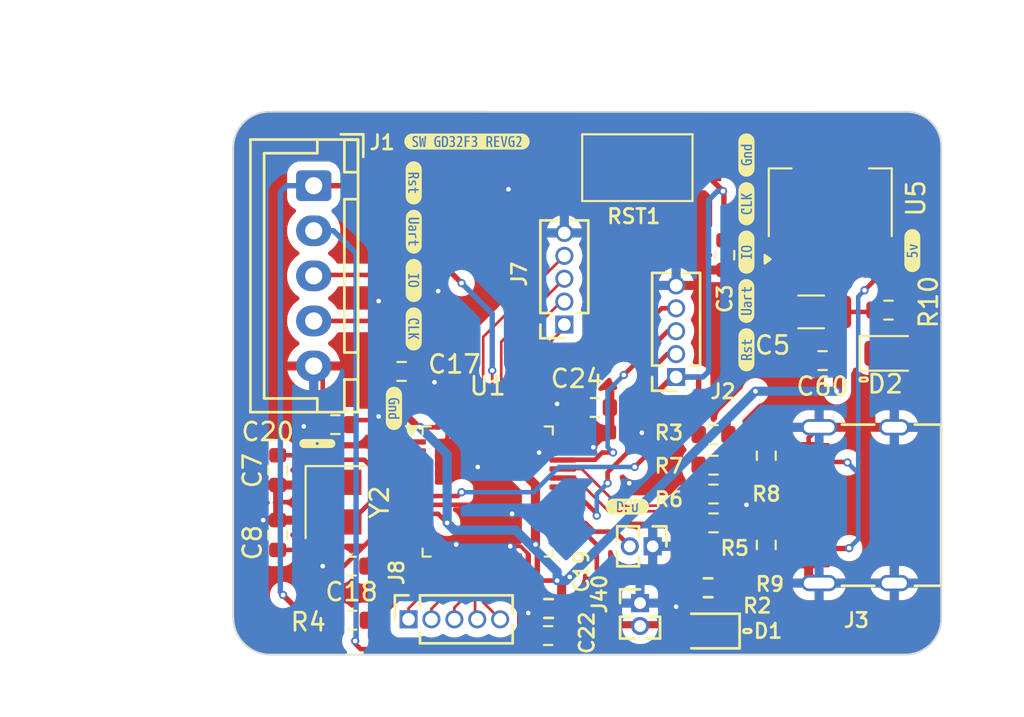
<source format=kicad_pcb>
(kicad_pcb (version 20240108) (generator "pcbnew") (generator_version "8.0")
  (layers (0 "F.Cu" signal) (31 "B.Cu" signal) (34 "B.Paste" user) (35 "F.Paste" user) (36 "B.SilkS" user "B.Silkscreen") (37 "F.SilkS" user "F.Silkscreen") (38 "B.Mask" user) (39 "F.Mask" user) (44 "Edge.Cuts" user))
  (net 0 "")
  (net 1 "GND")
  (net 2 "NRST")
  (net 3 "+3.3V")
  (net 4 "Net-(U1-PD0)")
  (net 5 "Net-(U1-PD1)")
  (net 6 "Net-(D1-K)")
  (net 7 "Net-(D2-A)")
  (net 8 "UART_TX")
  (net 9 "SWDCLK")
  (net 10 "SWDIO")
  (net 11 "D-")
  (net 12 "Net-(U5-VI)")
  (net 13 "D+")
  (net 14 "Net-(J3-CC1)")
  (net 17 "Net-(J3-CC2)")
  (net 18 "IN_FORCE_DFU")
  (net 19 "Net-(U1-PB13)")
  (net 20 "Net-(U1-PA3)")
  (net 25 "OUT_SWDIO_3V")
  (net 27 "OUT_SWDCLK_3V")
  (net 28 "OUT_UART_TX")
  (net 32 "PB7")
  (net 36 "OUT_UART_RX_3V")
  (net 37 "SWIO_DIR_3V")
  (net 38 "DP")
  (net 39 "DN")
  (net 40 "PB3")
  (net 41 "PB4")
  (net 42 "PB5")
  (net 43 "PA7")
  (net 44 "PA6")
  (net 45 "PA4")
  (net 46 "PA5")
  (net 47 "PB0")
  (net 48 "INOUT_NRESET_3V")
  (net 49 "Net-(U1-BOOT0)")
  (footprint "Connector_JST:JST_XH_B5B-XH-A_1x05_P2.50mm_Vertical" (layer "F.Cu") (at 120.6 74 -90)
    (property "Reference" "J1")
    (property "Value" "Debug port")
  )
  (footprint "kibuzzard-672281D4" (layer "F.Cu") (at 126.145891 81.943127 -90)
    (property "Reference" "kibuzzard-672281D4" (hide yes))
    (property "Value" "G***" (hide yes))
  )
  (footprint "kibuzzard-683DFE0C" (layer "F.Cu") (at 144.65 98.7)
    (property "Reference" "kibuzzard-683DFE0C" (hide yes))
    (property "Value" "G***" (hide yes))
  )
  (footprint "Crystal:Crystal_SMD_TXC_7M-4Pin_3.2x2.5mm" (layer "F.Cu") (at 121.8 91.55 -90)
    (property "Reference" "Y2")
    (property "Value" "8Mhz" (hide yes))
  )
  (footprint "kibuzzard-672281E9" (layer "F.Cu") (at 126.145891 73.843127 -90)
    (property "Reference" "kibuzzard-672281E9" (hide yes))
    (property "Value" "G***" (hide yes))
  )
  (footprint "Resistor_SMD:R_0603_1608Metric" (layer "F.Cu") (at 118.6 89.775 -90)
    (property "Reference" "C7")
    (property "Value" "22pf" (hide yes))
  )
  (footprint "Resistor_SMD:R_0603_1608Metric" (layer "F.Cu") (at 145.7 93.925 90)
    (property "Reference" "R9")
    (property "Value" "5.1k" (hide yes))
  )
  (footprint "Button_Switch_SMD:SW_SPST_CK_RS282G05A3" (layer "F.Cu") (at 138.55 73 180)
    (property "Reference" "RST1")
    (property "Value" "SW2" (hide yes))
  )
  (footprint "kibuzzard-672281DC" (layer "F.Cu") (at 144.595891 80.393127 90)
    (property "Reference" "kibuzzard-672281DC" (hide yes))
    (property "Value" "G***" (hide yes))
  )
  (footprint "Library:USB_C_Receptacle_Palconn_UTC16-G_no_hole" (layer "F.Cu") (at 150.56 91.72 90)
    (property "Reference" "J3")
    (property "Value" "USB")
  )
  (footprint "Package_QFP:LQFP-48_7x7mm_P0.5mm" (layer "F.Cu") (at 130.25 90.9625)
    (property "Reference" "U1")
    (property "Value" "GD32F303")
  )
  (footprint "Resistor_SMD:R_0603_1608Metric" (layer "F.Cu") (at 121.8 87.25 180)
    (property "Reference" "C20")
    (property "Value" "100n" (hide yes))
  )
  (footprint "Connector_PinSocket_1.27mm:PinSocket_1x05_P1.27mm_Vertical" (layer "F.Cu") (at 140.7 84.61 180)
    (property "Reference" "J2")
    (property "Value" "Debug port")
  )
  (footprint "kibuzzard-672281E9" (layer "F.Cu") (at 144.6 83.1 90)
    (property "Reference" "kibuzzard-672281E9" (hide yes))
    (property "Value" "G***" (hide yes))
  )
  (footprint "kibuzzard-672281C9" (layer "F.Cu") (at 144.6 77.686255 90)
    (property "Reference" "kibuzzard-672281C9" (hide yes))
    (property "Value" "G***" (hide yes))
  )
  (footprint "kibuzzard-6722831C" (layer "F.Cu") (at 138 91.8)
    (property "Reference" "kibuzzard-6722831C" (hide yes))
    (property "Value" "G***" (hide yes))
  )
  (footprint "Resistor_SMD:R_0603_1608Metric" (layer "F.Cu") (at 122.7 95.1 180)
    (property "Reference" "C18")
    (property "Value" "100n" (hide yes))
  )
  (footprint "Resistor_SMD:R_0603_1608Metric" (layer "F.Cu") (at 145.7 88.975 -90)
    (property "Reference" "R8")
    (property "Value" "5.1k" (hide yes))
  )
  (footprint "Connector_PinHeader_1.27mm:PinHeader_1x02_P1.27mm_Vertical" (layer "F.Cu") (at 139.4 94 -90)
    (property "Reference" "DFU1" (hide yes))
    (property "Value" "DFU")
  )
  (footprint "Connector_PinSocket_1.27mm:PinSocket_1x05_P1.27mm_Vertical" (layer "F.Cu") (at 134.5 81.7 180)
    (property "Reference" "J7")
    (property "Value" "Conn_01x05_Pin" (hide yes))
  )
  (footprint "Resistor_SMD:R_0603_1608Metric" (layer "F.Cu") (at 152.475 80.9)
    (property "Reference" "R10")
    (property "Value" "330" (hide yes))
  )
  (footprint "Resistor_SMD:R_0603_1608Metric" (layer "F.Cu") (at 118.6 93.375 90)
    (property "Reference" "C8")
    (property "Value" "22pf" (hide yes))
  )
  (footprint "Resistor_SMD:R_0603_1608Metric" (layer "F.Cu") (at 142.475 96.3)
    (property "Reference" "R2")
    (property "Value" "330")
  )
  (footprint "Capacitor_SMD:C_1206_3216Metric_Pad1.33x1.80mm_HandSolder" (layer "F.Cu") (at 148.1875 81 180)
    (property "Reference" "C5")
    (property "Value" "100u" (hide yes))
  )
  (footprint "kibuzzard-672281D4" (layer "F.Cu") (at 144.6 75 90)
    (property "Reference" "kibuzzard-672281D4" (hide yes))
    (property "Value" "G***" (hide yes))
  )
  (footprint "Connector_PinSocket_1.27mm:PinSocket_1x05_P1.27mm_Vertical" (layer "F.Cu") (at 125.86 98.05 90)
    (property "Reference" "J8")
    (property "Value" "~")
  )
  (footprint "Resistor_SMD:R_0603_1608Metric" (layer "F.Cu") (at 143.4 77.85 -90)
    (property "Reference" "C3")
    (property "Value" "100n" (hide yes))
  )
  (footprint "Resistor_SMD:R_0603_1608Metric" (layer "F.Cu") (at 142.775 92.7 180)
    (property "Reference" "R5")
    (property "Value" "22" (hide yes))
  )
  (footprint "Resistor_SMD:R_0603_1608Metric" (layer "F.Cu") (at 142.775 89.5 180)
    (property "Reference" "R7")
    (property "Value" "1.2k" (hide yes))
  )
  (footprint "Resistor_SMD:R_0603_1608Metric" (layer "F.Cu") (at 148.825 83.7 180)
    (property "Reference" "C60")
    (property "Value" "100n" (hide yes))
  )
  (footprint "kibuzzard-68610AC9" (layer "F.Cu") (at 129.1 71.55)
    (property "Reference" "kibuzzard-68610AC9" (hide yes))
    (property "Value" "G***" (hide yes))
  )
  (footprint "kibuzzard-6722820B" (layer "F.Cu") (at 125.05 86.35 -90)
    (property "Reference" "kibuzzard-6722820B" (hide yes))
    (property "Value" "G***" (hide yes))
  )
  (footprint "Connector_PinHeader_1.27mm:PinHeader_1x02_P1.27mm_Vertical" (layer "F.Cu") (at 138.7 97.15)
    (property "Reference" "J40")
    (property "Value" "J40")
  )
  (footprint "Resistor_SMD:R_0603_1608Metric" (layer "F.Cu") (at 133.625 97.45 180)
    (property "Reference" "C19")
    (property "Value" "100n")
  )
  (footprint "kibuzzard-672281DC" (layer "F.Cu") (at 126.15 76.55 -90)
    (property "Reference" "kibuzzard-672281DC" (hide yes))
    (property "Value" "G***" (hide yes))
  )
  (footprint "Diode_SMD:D_0805_2012Metric" (layer "F.Cu") (at 142.5375 98.7 180)
    (property "Reference" "D1")
    (property "Value" "LED")
  )
  (footprint "Resistor_SMD:R_0603_1608Metric" (layer "F.Cu") (at 125.475 84.3)
    (property "Reference" "C17")
    (property "Value" "100n" (hide yes))
  )
  (footprint "Diode_SMD:D_0805_2012Metric" (layer "F.Cu") (at 152.5625 83.3)
    (property "Reference" "D2")
    (property "Value" "LED" (hide yes))
  )
  (footprint "kibuzzard-683DFE0C" (layer "F.Cu") (at 151.1 84.75)
    (property "Reference" "kibuzzard-683DFE0C" (hide yes))
    (property "Value" "G***" (hide yes))
  )
  (footprint "Resistor_SMD:R_0603_1608Metric" (layer "F.Cu") (at 122.725 98.1)
    (property "Reference" "R4")
    (property "Value" "1k" (hide yes))
  )
  (footprint "Resistor_SMD:R_0603_1608Metric" (layer "F.Cu") (at 142.775 87.8 180)
    (property "Reference" "R3")
    (property "Value" "10k" (hide yes))
  )
  (footprint "kibuzzard-67228234" (layer "F.Cu") (at 153.8 77.6 90)
    (property "Reference" "kibuzzard-67228234" (hide yes))
    (property "Value" "G***" (hide yes))
  )
  (footprint "kibuzzard-672281C9" (layer "F.Cu") (at 126.145891 79.256872 -90)
    (property "Reference" "kibuzzard-672281C9" (hide yes))
    (property "Value" "G***" (hide yes))
  )
  (footprint "kibuzzard-672226BD" (layer "F.Cu") (at 120.8 88.3)
    (property "Reference" "kibuzzard-672226BD" (hide yes))
    (property "Value" "G***" (hide yes))
  )
  (footprint "kibuzzard-6722820B" (layer "F.Cu") (at 144.6 72.3 90)
    (property "Reference" "kibuzzard-6722820B" (hide yes))
    (property "Value" "G***" (hide yes))
  )
  (footprint "Package_TO_SOT_SMD:SOT-223" (layer "F.Cu") (at 149.25 74.95 90)
    (property "Reference" "U5")
    (property "Value" "LM1117-3.3" (hide yes))
  )
  (footprint "Resistor_SMD:R_0603_1608Metric" (layer "F.Cu") (at 136.2 86.3)
    (property "Reference" "C24")
    (property "Value" "100n" (hide yes))
  )
  (footprint "Resistor_SMD:R_0603_1608Metric" (layer "F.Cu") (at 133.6 98.95 180)
    (property "Reference" "C22")
    (property "Value" "100n" (hide yes))
  )
  (footprint "Resistor_SMD:R_0603_1608Metric" (layer "F.Cu") (at 142.775 91.1 180)
    (property "Reference" "R6")
    (property "Value" "22" (hide yes))
  )
  (gr_arc (start 116.135165 71.90072) (mid 116.712442 70.502481) (end 118.1 69.900005) (stroke (width 0.1)) (layer "Edge.Cuts"))
  (gr_arc (start 153.45 69.910786) (mid 154.824101 70.45) (end 155.397485 71.810193) (stroke (width 0.1)) (layer "Edge.Cuts"))
  (gr_line (start 155.4 71.810193) (end 155.4 98) (stroke (width 0.1)) (layer "Edge.Cuts"))
  (gr_line (start 118.1 69.900005) (end 153.45 69.910786) (stroke (width 0.1)) (layer "Edge.Cuts"))
  (gr_arc (start 118.209806 100.004522) (mid 116.75 99.4) (end 116.144971 97.940402) (stroke (width 0.1)) (layer "Edge.Cuts"))
  (gr_line (start 116.135 71.90072) (end 116.135 97.940402) (stroke (width 0.1)) (layer "Edge.Cuts"))
  (gr_arc (start 155.4 98) (mid 154.814214 99.414214) (end 153.4 100) (stroke (width 0.1)) (layer "Edge.Cuts"))
  (gr_line (start 153.4 100) (end 118.209806 100.004522) (stroke (width 0.1)) (layer "Edge.Cuts"))
  (segment (start 145.81 88.4) (end 147.79 88.4) (width 0.254) (layer "F.Cu") (net 1))
  (segment (start 137.125 87.4875) (end 136.10625 88.50625) (width 0.254) (layer "F.Cu") (net 1))
  (segment (start 121.55 91.55) (end 122.65 90.45) (width 0.254) (layer "F.Cu") (net 1))
  (segment (start 129.7 92.7) (end 128.5 93.9) (width 0.508) (layer "F.Cu") (net 1))
  (segment (start 122.275 95.1) (end 122.1 95.1) (width 0.254) (layer "F.Cu") (net 1))
  (segment (start 120.95 92.15) (end 121.55 91.55) (width 0.254) (layer "F.Cu") (net 1))
  (segment (start 132.5 94.862501) (end 132.5 98.675) (width 0.254) (layer "F.Cu") (net 1))
  (segment (start 145.71 94.9) (end 147.89 94.9) (width 0.254) (layer "F.Cu") (net 1))
  (segment (start 147.05 85.25) (end 145.7 86.6) (width 0.254) (layer "F.Cu") (net 1))
  (segment (start 117.8 92.55) (end 118.6 92.55) (width 0.3) (layer "F.Cu") (net 1))
  (segment (start 132.5 94.862501) (end 132.5 94.423538) (width 0.2032) (layer "F.Cu") (net 1))
  (segment (start 133.1875 88.7125) (end 133.1 88.8) (width 0.2032) (layer "F.Cu") (net 1))
  (segment (start 151.5 87.4) (end 151.6 87.4) (width 0.254) (layer "F.Cu") (net 1))
  (segment (start 132.5 94.423538) (end 132.076462 94) (width 0.2032) (layer "F.Cu") (net 1))
  (segment (start 129 89.6) (end 129.7 89.6) (width 0.508) (layer "F.Cu") (net 1))
  (segment (start 120.05 87.35) (end 120.875 87.35) (width 0.3) (layer "F.Cu") (net 1))
  (segment (start 127.3 84.9) (end 126.7 84.3) (width 0.254) (layer "F.Cu") (net 1))
  (segment (start 140.7 79.53) (end 138.98 79.53) (width 0.4) (layer "F.Cu") (net 1))
  (segment (start 124.9875 91.7125) (end 123.95 92.75) (width 0.254) (layer "F.Cu") (net 1))
  (segment (start 118.65 91.55) (end 118.6 91.6) (width 0.254) (layer "F.Cu") (net 1))
  (segment (start 118.6 91.6) (end 118.6 92.55) (width 0.254) (layer "F.Cu") (net 1))
  (segment (start 147.05 77.4) (end 147.05 82.3) (width 0.254) (layer "F.Cu") (net 1))
  (segment (start 129.7 92.3) (end 129.7 89.6) (width 0.508) (layer "F.Cu") (net 1))
  (segment (start 151.625 87.375) (end 151.625 83.3) (width 0.254) (layer "F.Cu") (net 1))
  (segment (start 128 87.275) (end 128 88.6) (width 0.2032) (layer "F.Cu") (net 1))
  (segment (start 133.45 74.2) (end 134.65 73) (width 0.508) (layer "F.Cu") (net 1))
  (segment (start 140.815 79.55) (end 143.3 79.55) (width 0.4) (layer "F.Cu") (net 1))
  (segment (start 151.5 87.4) (end 148.63 87.4) (width 0.254) (layer "F.Cu") (net 1))
  (segment (start 126.7 84.3) (end 126.3 84.3) (width 0.254) (layer "F.Cu") (net 1))
  (segment (start 126.0875 91.7125) (end 124.9875 91.7125) (width 0.254) (layer "F.Cu") (net 1))
  (segment (start 140.6 94) (end 139.4 94) (width 0.254) (layer "F.Cu") (net 1))
  (segment (start 143.3 79.55) (end 144.385 79.55) (width 0.4) (layer "F.Cu") (net 1))
  (segment (start 152.8 96.04) (end 148.63 96.04) (width 0.254) (layer "F.Cu") (net 1))
  (segment (start 148.05 94.92) (end 148.05 95.46) (width 0.254) (layer "F.Cu") (net 1))
  (segment (start 136.10625 88.50625) (end 135.9125 88.7) (width 0.254) (layer "F.Cu") (net 1))
  (segment (start 148.05 88.52) (end 148.05 87.98) (width 0.254) (layer "F.Cu") (net 1))
  (segment (start 143.3 79.55) (end 143.4 79.45) (width 0.4) (layer "F.Cu") (net 1))
  (segment (start 128 85.6) (end 127.3 84.9) (width 0.254) (layer "F.Cu") (net 1))
  (segment (start 123.95 93.425) (end 122.275 95.1) (width 0.254) (layer "F.Cu") (net 1))
  (segment (start 134.2125 88.7125) (end 133.1875 88.7125) (width 0.2032) (layer "F.Cu") (net 1))
  (segment (start 143.4 79.45) (end 143.4 78.675) (width 0.4) (layer "F.Cu") (net 1))
  (segment (start 121.1 86.9) (end 121.1 84.5) (width 0.254) (layer "F.Cu") (net 1))
  (segment (start 147.05 82.75) (end 148 83.7) (width 0.254) (layer "F.Cu") (net 1))
  (segment (start 121.55 91.55) (end 118.65 91.55) (width 0.254) (layer "F.Cu") (net 1))
  (segment (start 144.385 79.55) (end 145.835 78.1) (width 0.4) (layer "F.Cu") (net 1))
  (segment (start 121.1 95.1) (end 121.875 95.1) (width 0.3) (layer "F.Cu") (net 1))
  (segment (start 135.9125 88.7) (end 134.4125 88.7) (width 0.254) (layer "F.Cu") (net 1))
  (segment (start 141.35 94.75) (end 140.6 94) (width 0.254) (layer "F.Cu") (net 1))
  (segment (start 132.076462 94) (end 131.5 94) (width 0.2032) (layer "F.Cu") (net 1))
  (segment (start 151.6 87.4) (end 151.625 87.375) (width 0.254) (layer "F.Cu") (net 1))
  (segment (start 132.5 98.675) (end 132.775 98.95) (width 0.254) (layer "F.Cu") (net 1))
  (segment (start 137.125 86.3) (end 137.125 87.4875) (width 0.254) (layer "F.Cu") (net 1))
  (segment (start 118.6 90.6) (end 118.6 91.6) (width 0.254) (layer "F.Cu") (net 1))
  (segment (start 140.39 79.22) (end 140.7 79.53) (width 0.15) (layer "F.Cu") (net 1))
  (segment (start 148.05 95.46) (end 148.63 96.04) (width 0.254) (layer "F.Cu") (net 1))
  (segment (start 147.05 82.3) (end 147.05 82.75) (width 0.254) (layer "F.Cu") (net 1))
  (segment (start 145.7 94.75) (end 141.35 94.75) (width 0.254) (layer "F.Cu") (net 1))
  (segment (start 136.07 76.62) (end 134.5 76.62) (width 0.4) (layer "F.Cu") (net 1))
  (segment (start 132.775 98.8) (end 132.5375 98.5625) (width 0.254) (layer "F.Cu") (net 1))
  (segment (start 129.7 92.3) (end 129.7 92.7) (width 0.508) (layer "F.Cu") (net 1))
  (segment (start 148.05 87.98) (end 148.63 87.4) (width 0.254) (layer "F.Cu") (net 1))
  (segment (start 138.98 79.53) (end 136.07 76.62) (width 0.4) (layer "F.Cu") (net 1))
  (segment (start 145.7 86.6) (end 145.7 88.15) (width 0.254) (layer "F.Cu") (net 1))
  (segment (start 123.95 92.75) (end 123.95 93.425) (width 0.254) (layer "F.Cu") (net 1))
  (segment (start 129.5875 91.7) (end 126.0875 91.7) (width 0.254) (layer "F.Cu") (net 1))
  (segment (start 152.8 87.4) (end 151.5 87.4) (width 0.254) (layer "F.Cu") (net 1))
  (segment (start 128 87.275) (end 128 85.6) (width 0.254) (layer "F.Cu") (net 1))
  (segment (start 145.835 78.1) (end 146.95 78.1) (width 0.4) (layer "F.Cu") (net 1))
  (segment (start 128 88.6) (end 129 89.6) (width 0.508) (layer "F.Cu") (net 1))
  (segment (start 134.6 70.935781) (end 134.675 70.860781) (width 0.3) (layer "F.Cu") (net 1))
  (segment (start 131.4 74.2) (end 133.45 74.2) (width 0.508) (layer "F.Cu") (net 1))
  (segment (start 147.05 82.3) (end 147.05 85.25) (width 0.254) (layer "F.Cu") (net 1))
  (segment (start 129.7 92.3) (end 129.5875 92.1875) (width 0.254) (layer "F.Cu") (net 1))
  (via (at 132.5 97.7) (size 0.4572) (drill 0.254) (layers "F.Cu" "B.Cu") (net 1))
  (via (at 131.6 92.2) (size 0.4572) (drill 0.254) (layers "F.Cu" "B.Cu") (net 1))
  (via (at 131.4 74.2) (size 0.4572) (drill 0.254) (layers "F.Cu" "B.Cu") (net 1))
  (via (at 138.8 87.7) (size 0.4572) (drill 0.254) (layers "F.Cu" "B.Cu") (net 1))
  (via (at 124.2 86.8) (size 0.4572) (drill 0.254) (layers "F.Cu" "B.Cu") (net 1))
  (via (at 134.1 86.1) (size 0.4572) (drill 0.254) (layers "F.Cu" "B.Cu") (net 1))
  (via (at 127.3 84.9) (size 0.4572) (drill 0.254) (layers "F.Cu" "B.Cu") (net 1))
  (via (at 127.5 79.85) (size 0.4572) (drill 0.254) (layers "F.Cu" "B.Cu") (net 1))
  (via (at 138.1 90.5) (size 0.4572) (drill 0.254) (layers "F.Cu" "B.Cu") (net 1))
  (via (at 140.7 97.35) (size 0.4572) (drill 0.254) (layers "F.Cu" "B.Cu") (net 1))
  (via (at 128.5 93.9) (size 0.4572) (drill 0.254) (layers "F.Cu" "B.Cu") (net 1))
  (via (at 129.7 89.6) (size 0.4572) (drill 0.254) (layers "F.Cu" "B.Cu") (net 1))
  (via (at 136.10625 88.50625) (size 0.4572) (drill 0.254) (layers "F.Cu" "B.Cu") (net 1))
  (via (at 117.8 92.55) (size 0.4572) (drill 0.254) (layers "F.Cu" "B.Cu") (net 1))
  (via (at 124.2 80.4) (size 0.4572) (drill 0.254) (layers "F.Cu" "B.Cu") (net 1))
  (via (at 120.05 87.35) (size 0.4572) (drill 0.254) (layers "F.Cu" "B.Cu") (net 1))
  (via (at 131.5 94) (size 0.4572) (drill 0.254) (layers "F.Cu" "B.Cu") (net 1))
  (via (at 121.1 95.1) (size 0.4572) (drill 0.254) (layers "F.Cu" "B.Cu") (net 1))
  (via (at 144.6 91.7) (size 0.4572) (drill 0.254) (layers "F.Cu" "B.Cu") (net 1))
  (via (at 133.1 88.8) (size 0.4572) (drill 0.254) (layers "F.Cu" "B.Cu") (net 1))
  (segment (start 131.4 83.3) (end 132.6 84.5) (width 0.508) (layer "B.Cu") (net 1))
  (segment (start 128.4 94) (end 127.4 94) (width 0.508) (layer "B.Cu") (net 1))
  (segment (start 132.6 84.5) (end 132.6 89.2) (width 0.508) (layer "B.Cu") (net 1))
  (segment (start 132.2 89.6) (end 129.7 89.6) (width 0.508) (layer "B.Cu") (net 1))
  (segment (start 128.7 94.1) (end 128.5 93.9) (width 0.254) (layer "B.Cu") (net 1))
  (segment (start 132.6 89.2) (end 132.2 89.6) (width 0.508) (layer "B.Cu") (net 1))
  (segment (start 131.6 94.1) (end 128.7 94.1) (width 0.508) (layer "B.Cu") (net 1))
  (segment (start 127.4 94) (end 124.9 96.5) (width 0.508) (layer "B.Cu") (net 1))
  (segment (start 131.4 74.2) (end 131.4 83.3) (width 0.508) (layer "B.Cu") (net 1))
  (segment (start 124.9 96.5) (end 124.3 96.5) (width 0.508) (layer "B.Cu") (net 1))
  (segment (start 132.5 88.8) (end 133.1 88.8) (width 0.254) (layer "B.Cu") (net 1))
  (segment (start 128.5875 91.2125) (end 128.8 91) (width 0.254) (layer "F.Cu") (net 2))
  (segment (start 139.65 85.45) (end 140.49 84.61) (width 0.3) (layer "F.Cu") (net 2))
  (segment (start 139.65 87.8) (end 139.65 85.45) (width 0.3) (layer "F.Cu") (net 2))
  (segment (start 126.0875 91.2125) (end 128.5875 91.2125) (width 0.254) (layer "F.Cu") (net 2))
  (segment (start 142.45 73.45) (end 143.3 74.3) (width 0.3) (layer "F.Cu") (net 2))
  (segment (start 141.95 87.8) (end 141.95 84.61) (width 0.3) (layer "F.Cu") (net 2))
  (segment (start 139.65 88.35) (end 138.4 89.6) (width 0.254) (layer "F.Cu") (net 2))
  (segment (start 143.35 74.3) (end 143.35 76.75) (width 0.3) (layer "F.Cu") (net 2))
  (segment (start 140.7 84.61) (end 141.95 84.61) (width 0.3) (layer "F.Cu") (net 2))
  (segment (start 139.65 87.8) (end 139.65 88.35) (width 0.254) (layer "F.Cu") (net 2))
  (via (at 128.8 91) (size 0.4572) (drill 0.254) (layers "F.Cu" "B.Cu") (net 2))
  (via (at 143.3 74.3) (size 0.4572) (drill 0.254) (layers "F.Cu" "B.Cu") (net 2))
  (via (at 138.4 89.6) (size 0.4572) (drill 0.254) (layers "F.Cu" "B.Cu") (net 2))
  (segment (start 132.8 91) (end 134.2 89.6) (width 0.254) (layer "B.Cu") (net 2))
  (segment (start 140.7 84.61) (end 142.19 84.61) (width 0.3) (layer "B.Cu") (net 2))
  (segment (start 143 74.3) (end 143.3 74.3) (width 0.3) (layer "B.Cu") (net 2))
  (segment (start 142.5 84.3) (end 142.5 74.8) (width 0.3) (layer "B.Cu") (net 2))
  (segment (start 142.5 74.8) (end 143 74.3) (width 0.3) (layer "B.Cu") (net 2))
  (segment (start 134.2 89.6) (end 138.4 89.6) (width 0.254) (layer "B.Cu") (net 2))
  (segment (start 142.19 84.61) (end 142.5 84.3) (width 0.3) (layer "B.Cu") (net 2))
  (segment (start 128.8 91) (end 132.8 91) (width 0.254) (layer "B.Cu") (net 2))
  (segment (start 132.8 88.2) (end 132.3125 88.6875) (width 0.2032) (layer "F.Cu") (net 3))
  (segment (start 124.6 93.75) (end 124.6 92.8) (width 0.25) (layer "F.Cu") (net 3))
  (segment (start 125.1875 92.2125) (end 125.350001 92.2125) (width 0.25) (layer "F.Cu") (net 3))
  (segment (start 135.475 86.3) (end 135.475 87.15) (width 0.254) (layer "F.Cu") (net 3))
  (segment (start 145.1 85.4) (end 143.6 86.9) (width 0.254) (layer "F.Cu") (net 3))
  (segment (start 136.35 98.95) (end 134.425 98.95) (width 0.4) (layer "F.Cu") (net 3))
  (segment (start 125.2 86.2) (end 124.65 85.65) (width 0.25) (layer "F.Cu") (net 3))
  (segment (start 134.1 95.9) (end 133.3 95.9) (width 0.254) (layer "F.Cu") (net 3))
  (segment (start 132.9 90.6) (end 132.9 93.9) (width 0.508) (layer "F.Cu") (net 3))
  (segment (start 122.625 87) (end 123.692 87) (width 0.254) (layer "F.Cu") (net 3))
  (segment (start 136.95 98.35) (end 136.35 98.95) (width 0.4) (layer "F.Cu") (net 3))
  (segment (start 134.55 88.2) (end 132.8 88.2) (width 0.2032) (layer "F.Cu") (net 3))
  (segment (start 123.692 87) (end 123.692 87.010421) (width 0.254) (layer "F.Cu") (net 3))
  (segment (start 124.3 94.05) (end 124.6 93.75) (width 0.25) (layer "F.Cu") (net 3))
  (segment (start 134.1 95.9) (end 134.3 96.1) (width 0.254) (layer "F.Cu") (net 3))
  (segment (start 133.3 95.9) (end 133 95.6) (width 0.254) (layer "F.Cu") (net 3))
  (segment (start 131.7 89.4) (end 132.9 90.6) (width 0.508) (layer "F.Cu") (net 3))
  (segment (start 134.35 96.1) (end 134.35 98.7) (width 0.5) (layer "F.Cu") (net 3))
  (segment (start 141.25 98.35) (end 136.95 98.35) (width 0.4) (layer "F.Cu") (net 3))
  (segment (start 126.0875 92.2125) (end 125.350001 92.2125) (width 0.1016) (layer "F.Cu") (net 3))
  (segment (start 149.6 77.5) (end 149.6 83.5) (width 0.508) (layer "F.Cu") (net 3))
  (segment (start 127.375 87.4) (end 127.5 87.275) (width 0.254) (layer "F.Cu") (net 3))
  (segment (start 134.6 95.9) (end 134.1 95.9) (width 0.254) (layer "F.Cu") (net 3))
  (segment (start 125.8 86.8) (end 125.2 86.2) (width 0.4) (layer "F.Cu") (net 3))
  (segment (start 124.65 85.65) (end 124.65 84.3) (width 0.254) (layer "F.Cu") (net 3))
  (segment (start 123.692 87.010421) (end 124.894079 88.2125) (width 0.254) (layer "F.Cu") (net 3))
  (segment (start 133 95.6) (end 133 94) (width 0.25) (layer "F.Cu") (net 3))
  (segment (start 127.5 92.2) (end 128 92.7) (width 0.254) (layer "F.Cu") (net 3))
  (segment (start 127.5 92.2) (end 125.95 92.2) (width 0.254) (layer "F.Cu") (net 3))
  (segment (start 143.6 88.2) (end 143.6 89.45) (width 0.254) (layer "F.Cu") (net 3))
  (segment (start 124.894079 87.705921) (end 124.894079 88.2125) (width 0.254) (layer "F.Cu") (net 3))
  (segment (start 126.4 87.4) (end 125.8 86.8) (width 0.4) (layer "F.Cu") (net 3))
  (segment (start 131.7 89.3) (end 131.7 89.4) (width 0.508) (layer "F.Cu") (net 3))
  (segment (start 143.6 86.9) (end 143.6 88.2) (width 0.254) (layer "F.Cu") (net 3))
  (segment (start 132.3125 88.6875) (end 131.7 89.3) (width 0.508) (layer "F.Cu") (net 3))
  (segment (start 124.6 92.8) (end 125.1875 92.2125) (width 0.25) (layer "F.Cu") (net 3))
  (segment (start 124.3 94.05) (end 123.525 94.825) (width 0.254) (layer "F.Cu") (net 3))
  (segment (start 149.65 83.7) (end 149.65 85.35) (width 0.508) (layer "F.Cu") (net 3))
  (segment (start 149.75 81) (end 151.55 81) (width 0.254) (layer "F.Cu") (net 3))
  (segment (start 124.894079 88.2125) (end 126.0875 88.2125) (width 0.254) (layer "F.Cu") (net 3))
  (segment (start 135.475 87.15) (end 134.4125 88.2125) (width 0.254) (layer "F.Cu") (net 3))
  (segment (start 126.5 87.4) (end 127.375 87.4) (width 0.254) (layer "F.Cu") (net 3))
  (segment (start 125.8 86.8) (end 124.894079 87.705921) (width 0.254) (layer "F.Cu") (net 3))
  (segment (start 126.5 87.4) (end 126.4 87.4) (width 0.254) (layer "F.Cu") (net 3))
  (via (at 126.5 87.4) (size 0.4572) (drill 0.254) (layers "F.Cu" "B.Cu") (net 3))
  (via (at 149.6 85.4) (size 0.4572) (drill 0.254) (layers "F.Cu" "B.Cu") (net 3))
  (via (at 132.9 93.9) (size 0.4572) (drill 0.254) (layers "F.Cu" "B.Cu") (net 3))
  (via (at 145.1 85.4) (size 0.4572) (drill 0.254) (layers "F.Cu" "B.Cu") (net 3))
  (via (at 134.8 95.7) (size 0.4572) (drill 0.254) (layers "F.Cu" "B.Cu") (net 3))
  (via (at 134.1 95.9) (size 0.4572) (drill 0.254) (layers "F.Cu" "B.Cu") (net 3))
  (via (at 128 92.7) (size 0.4572) (drill 0.254) (layers "F.Cu" "B.Cu") (net 3))
  (segment (start 134.1 95.4) (end 131.8 93.1) (width 0.508) (layer "B.Cu") (net 3))
  (segment (start 134.1 95.9) (end 134.3 95.7) (width 0.254) (layer "B.Cu") (net 3))
  (segment (start 134.1 95.9) (end 134.1 95.4) (width 0.508) (layer "B.Cu") (net 3))
  (segment (start 128 88.9) (end 126.5 87.4) (width 0.508) (layer "B.Cu") (net 3))
  (segment (start 128 92.7) (end 128 88.9) (width 0.508) (layer "B.Cu") (net 3))
  (segment (start 145.1 85.4) (end 134.6 95.9) (width 0.508) (layer "B.Cu") (net 3))
  (segment (start 131.8 93.1) (end 128.4 93.1) (width 0.508) (layer "B.Cu") (net 3))
  (segment (start 134.6 95.9) (end 134.1 95.9) (width 0.508) (layer "B.Cu") (net 3))
  (segment (start 128.4 93.1) (end 128 92.7) (width 0.508) (layer "B.Cu") (net 3))
  (segment (start 149.6 85.4) (end 145.1 85.4) (width 0.508) (layer "B.Cu") (net 3))
  (segment (start 120.45 88.95) (end 118.6 88.95) (width 0.254) (layer "F.Cu") (net 4))
  (segment (start 120.95 90.15) (end 121.9 89.2) (width 0.254) (layer "F.Cu") (net 4))
  (segment (start 123.4 89.2) (end 124.4125 90.2125) (width 0.254) (layer "F.Cu") (net 4))
  (segment (start 121.9 89.2) (end 123.4 89.2) (width 0.254) (layer "F.Cu") (net 4))
  (segment (start 120.95 89.45) (end 120.45 88.95) (width 0.254) (layer "F.Cu") (net 4))
  (segment (start 120.95 90.45) (end 120.95 89.45) (width 0.254) (layer "F.Cu") (net 4))
  (segment (start 124.4125 90.2125) (end 126.0875 90.2125) (width 0.254) (layer "F.Cu") (net 4))
  (segment (start 118.6 94.2) (end 121.1 94.2) (width 0.254) (layer "F.Cu") (net 5))
  (segment (start 122.65 92.65) (end 124.5875 90.7125) (width 0.254) (layer "F.Cu") (net 5))
  (segment (start 121.1 94.2) (end 122.65 92.65) (width 0.254) (layer "F.Cu") (net 5))
  (segment (start 124.5875 90.7125) (end 126.0875 90.7125) (width 0.254) (layer "F.Cu") (net 5))
  (segment (start 143.55 96.4) (end 143.55 98.2125) (width 0.254) (layer "F.Cu") (net 6))
  (segment (start 153.3 81.125) (end 153.3 83.075) (width 0.254) (layer "F.Cu") (net 7))
  (segment (start 136.9 89.9) (end 138 88.8) (width 0.254) (layer "F.Cu") (net 8))
  (segment (start 134.225 91.2) (end 135.3 91.2) (width 0.254) (layer "F.Cu") (net 8))
  (segment (start 135.3 91.2) (end 136.4 92.3) (width 0.254) (layer "F.Cu") (net 8))
  (segment (start 138 85.546) (end 140.206 83.34) (width 0.254) (layer "F.Cu") (net 8))
  (segment (start 136.9 90.5) (end 136.9 89.9) (width 0.254) (layer "F.Cu") (net 8))
  (segment (start 140.206 83.34) (end 140.7 83.34) (width 0.254) (layer "F.Cu") (net 8))
  (segment (start 138 88.8) (end 138 85.546) (width 0.254) (layer "F.Cu") (net 8))
  (via (at 136.9 90.5) (size 0.4572) (drill 0.254) (layers "F.Cu" "B.Cu") (net 8))
  (via (at 136.3 92.3) (size 0.4572) (drill 0.254) (layers "F.Cu" "B.Cu") (net 8))
  (segment (start 136.3 92.3) (end 136.3 91.1) (width 0.254) (layer "B.Cu") (net 8))
  (segment (start 136.3 91.1) (end 136.9 90.5) (width 0.254) (layer "B.Cu") (net 8))
  (segment (start 133.581579 85.1) (end 133 85.681579) (width 0.254) (layer "F.Cu") (net 9))
  (segment (start 135.6 85.1) (end 133.581579 85.1) (width 0.254) (layer "F.Cu") (net 9))
  (segment (start 139.9 80.8) (end 135.6 85.1) (width 0.254) (layer "F.Cu") (net 9))
  (segment (start 133 85.681579) (end 133 87.275) (width 0.254) (layer "F.Cu") (net 9))
  (segment (start 140.7 80.8) (end 139.9 80.8) (width 0.254) (layer "F.Cu") (net 9))
  (segment (start 136.2 89.2) (end 134.4 89.2) (width 0.254) (layer "F.Cu") (net 10))
  (segment (start 140.23 82.07) (end 137.8 84.5) (width 0.254) (layer "F.Cu") (net 10))
  (segment (start 140.7 82.07) (end 140.23 82.07) (width 0.254) (layer "F.Cu") (net 10))
  (segment (start 137.2 88.8) (end 136.6 88.8) (width 0.254) (layer "F.Cu") (net 10))
  (segment (start 136.6 88.8) (end 136.2 89.2) (width 0.254) (layer "F.Cu") (net 10))
  (via (at 137.2 88.8) (size 0.4572) (drill 0.254) (layers "F.Cu" "B.Cu") (net 10))
  (via (at 137.8 84.5) (size 0.4572) (drill 0.254) (layers "F.Cu" "B.Cu") (net 10))
  (segment (start 136.9 88.5) (end 137.2 88.8) (width 0.254) (layer "B.Cu") (net 10))
  (segment (start 136.9 85.4) (end 136.9 88.5) (width 0.254) (layer "B.Cu") (net 10))
  (segment (start 137.8 84.5) (end 136.9 85.4) (width 0.254) (layer "B.Cu") (net 10))
  (segment (start 148.05 92.47) (end 143.83 92.47) (width 0.1524) (layer "F.Cu") (net 11))
  (segment (start 149.2 91.6) (end 149.2 92.3) (width 0.254) (layer "F.Cu") (net 11))
  (segment (start 149.03 92.47) (end 148.05 92.47) (width 0.254) (layer "F.Cu") (net 11))
  (segment (start 149.07 91.47) (end 149.2 91.6) (width 0.254) (layer "F.Cu") (net 11))
  (segment (start 148.05 91.47) (end 149.07 91.47) (width 0.254) (layer "F.Cu") (net 11))
  (segment (start 149.2 92.3) (end 149.03 92.47) (width 0.254) (layer "F.Cu") (net 11))
  (segment (start 150.28 94.12) (end 150.3 94.1) (width 0.15) (layer "F.Cu") (net 12))
  (segment (start 151.65 77.4) (end 151.65 79.3) (width 0.254) (layer "F.Cu") (net 12))
  (segment (start 148.05 94.12) (end 150.28 94.12) (width 0.3) (layer "F.Cu") (net 12))
  (segment (start 148.05 89.32) (end 150.17 89.32) (width 0.254) (layer "F.Cu") (net 12))
  (segment (start 151.65 79.3) (end 151.15 79.8) (width 0.254) (layer "F.Cu") (net 12))
  (segment (start 150.17 89.32) (end 150.2 89.35) (width 0.254) (layer "F.Cu") (net 12))
  (via (at 150.3 94.1) (size 0.4572) (drill 0.254) (layers "F.Cu" "B.Cu") (net 12))
  (via (at 151.15 79.8) (size 0.4572) (drill 0.254) (layers "F.Cu" "B.Cu") (net 12))
  (via (at 150.2 89.35) (size 0.4572) (drill 0.254) (layers "F.Cu" "B.Cu") (net 12))
  (segment (start 150.8 93.6) (end 150.8 80.15) (width 0.254) (layer "B.Cu") (net 12))
  (segment (start 150.28 94.12) (end 150.8 93.6) (width 0.254) (layer "B.Cu") (net 12))
  (segment (start 150.8 80.15) (end 151.15 79.8) (width 0.254) (layer "B.Cu") (net 12))
  (segment (start 150.2 89.35) (end 150.8 89.95) (width 0.254) (layer "B.Cu") (net 12))
  (segment (start 150.8 89.95) (end 150.8 91.3) (width 0.254) (layer "B.Cu") (net 12))
  (segment (start 148.05 90.97) (end 147.23 90.97) (width 0.254) (layer "F.Cu") (net 13))
  (segment (start 147.1 91.1) (end 147.1 91.8) (width 0.254) (layer "F.Cu") (net 13))
  (segment (start 147.1 91.8) (end 147.27 91.97) (width 0.254) (layer "F.Cu") (net 13))
  (segment (start 147.23 90.97) (end 147.1 91.1) (width 0.254) (layer "F.Cu") (net 13))
  (segment (start 147.27 91.97) (end 148.05 91.97) (width 0.254) (layer "F.Cu") (net 13))
  (segment (start 147.98 90.9) (end 143.65 90.9) (width 0.1524) (layer "F.Cu") (net 13))
  (segment (start 148.0024 93.0176) (end 148.05 92.97) (width 0.254) (layer "F.Cu") (net 14))
  (segment (start 145.7824 93.0176) (end 148.0024 93.0176) (width 0.254) (layer "F.Cu") (net 14))
  (segment (start 145.87 89.97) (end 148.05 89.97) (width 0.254) (layer "F.Cu") (net 17))
  (segment (start 137.3175 93.1875) (end 136.146342 93.1875) (width 0.254) (layer "F.Cu") (net 18))
  (segment (start 135.671342 92.7125) (end 134.4125 92.7125) (width 0.254) (layer "F.Cu") (net 18))
  (segment (start 137.3175 93.1875) (end 138.13 94) (width 0.254) (layer "F.Cu") (net 18))
  (segment (start 136.146342 93.1875) (end 135.671342 92.7125) (width 0.254) (layer "F.Cu") (net 18))
  (segment (start 135.5875 93.2) (end 136.3 93.9125) (width 0.254) (layer "F.Cu") (net 19))
  (segment (start 136.3 93.9125) (end 136.3 95.25) (width 0.254) (layer "F.Cu") (net 19))
  (segment (start 137.05 96) (end 141.5 96) (width 0.254) (layer "F.Cu") (net 19))
  (segment (start 134.4125 93.2) (end 135.5875 93.2) (width 0.254) (layer "F.Cu") (net 19))
  (segment (start 136.3 95.25) (end 137.05 96) (width 0.254) (layer "F.Cu") (net 19))
  (segment (start 124.1 98.1) (end 123.85 98.1) (width 0.254) (layer "F.Cu") (net 20))
  (segment (start 126.4 95.8) (end 124.1 98.1) (width 0.254) (layer "F.Cu") (net 20))
  (segment (start 127.5 95.8) (end 126.4 95.8) (width 0.254) (layer "F.Cu") (net 20))
  (segment (start 129.0572 83.2572) (end 124.75 78.95) (width 0.254) (layer "F.Cu") (net 25))
  (segment (start 129.0572 87.2178) (end 129.0572 83.2572) (width 0.254) (layer "F.Cu") (net 25))
  (segment (start 124.75 78.95) (end 120.65 78.95) (width 0.254) (layer "F.Cu") (net 25))
  (segment (start 128.5 84.85) (end 128.5 87.275) (width 0.254) (layer "F.Cu") (net 27))
  (segment (start 120.6 81.5) (end 125.15 81.5) (width 0.254) (layer "F.Cu") (net 27))
  (segment (start 125.15 81.5) (end 128.5 84.85) (width 0.254) (layer "F.Cu") (net 27))
  (segment (start 130 82.39) (end 134.5 77.89) (width 0.15) (layer "F.Cu") (net 32))
  (segment (start 130 87.275) (end 130 82.39) (width 0.15) (layer "F.Cu") (net 32))
  (segment (start 123.2 99.7) (end 122.9 99.4) (width 0.254) (layer "F.Cu") (net 36))
  (segment (start 131.65 99.7) (end 123.2 99.7) (width 0.254) (layer "F.Cu") (net 36))
  (segment (start 122.9 99.4) (end 122.9 99.25) (width 0.254) (layer "F.Cu") (net 36))
  (segment (start 132 95.6) (end 132 99.35) (width 0.254) (layer "F.Cu") (net 36))
  (segment (start 132 99.35) (end 131.65 99.7) (width 0.254) (layer "F.Cu") (net 36))
  (via (at 122.9 99.25) (size 0.4572) (drill 0.254) (layers "F.Cu" "B.Cu") (net 36))
  (segment (start 122.95 99.2) (end 122.95 77.75) (width 0.3) (layer "B.Cu") (net 36))
  (segment (start 122.9 99.25) (end 122.95 99.2) (width 0.3) (layer "B.Cu") (net 36))
  (segment (start 122.95 77.75) (end 121.7 76.5) (width 0.3) (layer "B.Cu") (net 36))
  (segment (start 121.7 76.5) (end 120.6 76.5) (width 0.3) (layer "B.Cu") (net 36))
  (segment (start 137.501021 91.7476) (end 140.589899 91.7476) (width 0.1524) (layer "F.Cu") (net 38))
  (segment (start 140.589899 91.7476) (end 141.237499 91.1) (width 0.1524) (layer "F.Cu") (net 38))
  (segment (start 141.95 89.5) (end 141.95 91.1) (width 0.254) (layer "F.Cu") (net 38))
  (segment (start 135.1125 89.7125) (end 135.465921 89.7125) (width 0.1524) (layer "F.Cu") (net 38))
  (segment (start 141.237499 91.1) (end 141.95 91.1) (width 0.1524) (layer "F.Cu") (net 38))
  (segment (start 134.4125 89.7125) (end 135.1125 89.7125) (width 0.1016) (layer "F.Cu") (net 38))
  (segment (start 135.465921 89.7125) (end 137.501021 91.7476) (width 0.1524) (layer "F.Cu") (net 38))
  (segment (start 141.237499 92.7) (end 141.95 92.7) (width 0.1524) (layer "F.Cu") (net 39))
  (segment (start 135.45 90.55) (end 136.9524 92.0524) (width 0.1524) (layer "F.Cu") (net 39))
  (segment (start 140.589899 92.0524) (end 141.237499 92.7) (width 0.1524) (layer "F.Cu") (net 39))
  (segment (start 136.9524 92.0524) (end 140.589899 92.0524) (width 0.1524) (layer "F.Cu") (net 39))
  (segment (start 134.4125 90.2125) (end 135.1125 90.2125) (width 0.1016) (layer "F.Cu") (net 39))
  (segment (start 135.1125 90.2125) (end 135.45 90.55) (width 0.15) (layer "F.Cu") (net 39))
  (segment (start 134.5 81.9) (end 132 84.4) (width 0.15) (layer "F.Cu") (net 40))
  (segment (start 132 84.4) (end 132 87.275) (width 0.15) (layer "F.Cu") (net 40))
  (segment (start 131.5 83.25) (end 134.32 80.43) (width 0.15) (layer "F.Cu") (net 41))
  (segment (start 131.5 87.275) (end 131.5 83.25) (width 0.15) (layer "F.Cu") (net 41))
  (segment (start 131 87.275) (end 131 82.66) (width 0.15) (layer "F.Cu") (net 42))
  (segment (start 131 82.66) (end 134.5 79.16) (width 0.15) (layer "F.Cu") (net 42))
  (segment (start 129.5 95.908844) (end 129.55 95.958844) (width 0.15) (layer "F.Cu") (net 43))
  (segment (start 129.55 95.958844) (end 129.55 98.18) (width 0.15) (layer "F.Cu") (net 43))
  (segment (start 129.5 95.125) (end 129.5 95.908844) (width 0.15) (layer "F.Cu") (net 43))
  (segment (start 128.4 97.4) (end 128.4 98.05) (width 0.15) (layer "F.Cu") (net 44))
  (segment (start 129 96.8) (end 128.4 97.4) (width 0.15) (layer "F.Cu") (net 44))
  (segment (start 129 95.6) (end 129 96.8) (width 0.15) (layer "F.Cu") (net 44))
  (segment (start 127.645803 96.152) (end 127.148 96.152) (width 0.15) (layer "F.Cu") (net 45))
  (segment (start 128 95.797803) (end 127.645803 96.152) (width 0.15) (layer "F.Cu") (net 45))
  (segment (start 125.86 97.44) (end 125.86 98.4) (width 0.15) (layer "F.Cu") (net 45))
  (segment (start 128 95.6) (end 128 95.797803) (width 0.15) (layer "F.Cu") (net 45))
  (segment (start 127.148 96.152) (end 125.86 97.44) (width 0.15) (layer "F.Cu") (net 45))
  (segment (start 127.13 97.47) (end 127.13 98.4) (width 0.15) (layer "F.Cu") (net 46))
  (segment (start 128.5 96.1) (end 127.13 97.47) (width 0.15) (layer "F.Cu") (net 46))
  (segment (start 128.5 95.6) (end 128.5 96.1) (width 0.15) (layer "F.Cu") (net 46))
  (segment (start 130 97.11) (end 130 95.125) (width 0.15) (layer "F.Cu") (net 47))
  (segment (start 130.94 98.05) (end 130 97.11) (width 0.15) (layer "F.Cu") (net 47))
  (segment (start 121.35 74) (end 123.4 74) (width 0.3) (layer "F.Cu") (net 48))
  (segment (start 121.9 98.1) (end 120.3 98.1) (width 0.3) (layer "F.Cu") (net 48))
  (segment (start 130.5 86.8) (end 130.5 84.25) (width 0.15) (layer "F.Cu") (net 48))
  (segment (start 120.3 98.1) (end 118.9 96.7) (width 0.3) (layer "F.Cu") (net 48))
  (segment (start 123.4 74) (end 128.8 79.4) (width 0.3) (layer "F.Cu") (net 48))
  (via (at 130.5 84.25) (size 0.4572) (drill 0.254) (layers "F.Cu" "B.Cu") (net 48))
  (via (at 118.9 96.7) (size 0.4572) (drill 0.254) (layers "F.Cu" "B.Cu") (net 48))
  (via (at 128.8 79.4) (size 0.4572) (drill 0.254) (layers "F.Cu" "B.Cu") (net 48))
  (segment (start 118.9 96.7) (end 118.75 96.55) (width 0.3) (layer "B.Cu") (net 48))
  (segment (start 118.75 96.55) (end 118.75 74.35) (width 0.3) (layer "B.Cu") (net 48))
  (segment (start 130.5 81.1) (end 128.8 79.4) (width 0.3) (layer "B.Cu") (net 48))
  (segment (start 130.5 84.25) (end 130.5 81.1) (width 0.3) (layer "B.Cu") (net 48))
  (segment (start 118.75 74.35) (end 119.1 74) (width 0.3) (layer "B.Cu") (net 48))
  (segment (start 119.1 74) (end 120.6 74) (width 0.3) (layer "B.Cu") (net 48))
  (zone (net 1) (net_name "GND") (layer "F.Cu") (connect_pads (clearance 0.5)) (min_thickness 0.25) (fill yes (thermal_gap 0.5) (thermal_bridge_width 0.5))
    (polygon (pts (xy 103.7 65.3) (xy 158.3 64.7) (xy 156.3 103) (xy 104.8 103.5)))
  )
  (zone (net 1) (net_name "GND") (layer "B.Cu") (priority 1) (connect_pads (clearance 0.5)) (min_thickness 0.25) (fill yes (thermal_gap 0.5) (thermal_bridge_width 0.5))
    (polygon (pts (xy 105.6 63.7) (xy 103.2 102.9) (xy 158.1 101.6) (xy 160 66.7)))
  )
)
</source>
